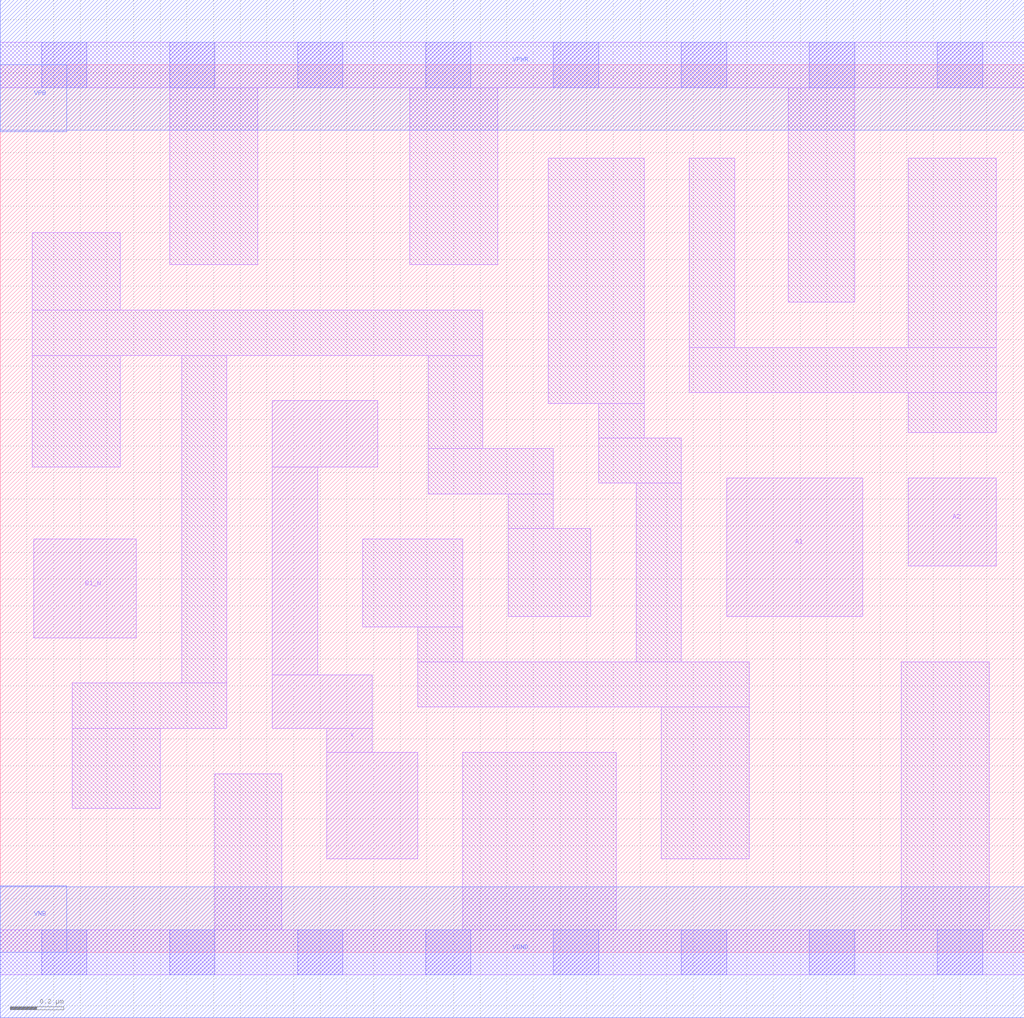
<source format=lef>
# Copyright 2020 The SkyWater PDK Authors
#
# Licensed under the Apache License, Version 2.0 (the "License");
# you may not use this file except in compliance with the License.
# You may obtain a copy of the License at
#
#     https://www.apache.org/licenses/LICENSE-2.0
#
# Unless required by applicable law or agreed to in writing, software
# distributed under the License is distributed on an "AS IS" BASIS,
# WITHOUT WARRANTIES OR CONDITIONS OF ANY KIND, either express or implied.
# See the License for the specific language governing permissions and
# limitations under the License.
#
# SPDX-License-Identifier: Apache-2.0

VERSION 5.5 ;
NAMESCASESENSITIVE ON ;
BUSBITCHARS "[]" ;
DIVIDERCHAR "/" ;
MACRO sky130_fd_sc_ms__a21bo_2
  CLASS CORE ;
  SOURCE USER ;
  ORIGIN  0.000000  0.000000 ;
  SIZE  3.840000 BY  3.330000 ;
  SYMMETRY X Y ;
  SITE unit ;
  PIN A1
    ANTENNAGATEAREA  0.261000 ;
    DIRECTION INPUT ;
    USE SIGNAL ;
    PORT
      LAYER li1 ;
        RECT 2.725000 1.260000 3.235000 1.780000 ;
    END
  END A1
  PIN A2
    ANTENNAGATEAREA  0.261000 ;
    DIRECTION INPUT ;
    USE SIGNAL ;
    PORT
      LAYER li1 ;
        RECT 3.405000 1.450000 3.735000 1.780000 ;
    END
  END A2
  PIN B1_N
    ANTENNAGATEAREA  0.208000 ;
    DIRECTION INPUT ;
    USE SIGNAL ;
    PORT
      LAYER li1 ;
        RECT 0.125000 1.180000 0.510000 1.550000 ;
    END
  END B1_N
  PIN X
    ANTENNADIFFAREA  0.543200 ;
    DIRECTION OUTPUT ;
    USE SIGNAL ;
    PORT
      LAYER li1 ;
        RECT 1.020000 0.840000 1.395000 1.040000 ;
        RECT 1.020000 1.040000 1.190000 1.820000 ;
        RECT 1.020000 1.820000 1.415000 2.070000 ;
        RECT 1.225000 0.350000 1.565000 0.750000 ;
        RECT 1.225000 0.750000 1.395000 0.840000 ;
    END
  END X
  PIN VGND
    DIRECTION INOUT ;
    USE GROUND ;
    PORT
      LAYER met1 ;
        RECT 0.000000 -0.245000 3.840000 0.245000 ;
    END
  END VGND
  PIN VNB
    DIRECTION INOUT ;
    USE GROUND ;
    PORT
    END
  END VNB
  PIN VPB
    DIRECTION INOUT ;
    USE POWER ;
    PORT
    END
  END VPB
  PIN VNB
    DIRECTION INOUT ;
    USE GROUND ;
    PORT
      LAYER met1 ;
        RECT 0.000000 0.000000 0.250000 0.250000 ;
    END
  END VNB
  PIN VPB
    DIRECTION INOUT ;
    USE POWER ;
    PORT
      LAYER met1 ;
        RECT 0.000000 3.080000 0.250000 3.330000 ;
    END
  END VPB
  PIN VPWR
    DIRECTION INOUT ;
    USE POWER ;
    PORT
      LAYER met1 ;
        RECT 0.000000 3.085000 3.840000 3.575000 ;
    END
  END VPWR
  OBS
    LAYER li1 ;
      RECT 0.000000 -0.085000 3.840000 0.085000 ;
      RECT 0.000000  3.245000 3.840000 3.415000 ;
      RECT 0.120000  1.820000 0.450000 2.240000 ;
      RECT 0.120000  2.240000 1.810000 2.410000 ;
      RECT 0.120000  2.410000 0.450000 2.700000 ;
      RECT 0.270000  0.540000 0.600000 0.840000 ;
      RECT 0.270000  0.840000 0.850000 1.010000 ;
      RECT 0.635000  2.580000 0.965000 3.245000 ;
      RECT 0.680000  1.010000 0.850000 2.240000 ;
      RECT 0.805000  0.085000 1.055000 0.670000 ;
      RECT 1.360000  1.220000 1.735000 1.550000 ;
      RECT 1.535000  2.580000 1.865000 3.245000 ;
      RECT 1.565000  0.920000 2.810000 1.090000 ;
      RECT 1.565000  1.090000 1.735000 1.220000 ;
      RECT 1.605000  1.720000 2.075000 1.890000 ;
      RECT 1.605000  1.890000 1.810000 2.240000 ;
      RECT 1.735000  0.085000 2.310000 0.750000 ;
      RECT 1.905000  1.260000 2.215000 1.590000 ;
      RECT 1.905000  1.590000 2.075000 1.720000 ;
      RECT 2.055000  2.060000 2.415000 2.980000 ;
      RECT 2.245000  1.760000 2.555000 1.930000 ;
      RECT 2.245000  1.930000 2.415000 2.060000 ;
      RECT 2.385000  1.090000 2.555000 1.760000 ;
      RECT 2.480000  0.350000 2.810000 0.920000 ;
      RECT 2.585000  2.100000 3.735000 2.270000 ;
      RECT 2.585000  2.270000 2.755000 2.980000 ;
      RECT 2.955000  2.440000 3.205000 3.245000 ;
      RECT 3.380000  0.085000 3.710000 1.090000 ;
      RECT 3.405000  1.950000 3.735000 2.100000 ;
      RECT 3.405000  2.270000 3.735000 2.980000 ;
    LAYER mcon ;
      RECT 0.155000 -0.085000 0.325000 0.085000 ;
      RECT 0.155000  3.245000 0.325000 3.415000 ;
      RECT 0.635000 -0.085000 0.805000 0.085000 ;
      RECT 0.635000  3.245000 0.805000 3.415000 ;
      RECT 1.115000 -0.085000 1.285000 0.085000 ;
      RECT 1.115000  3.245000 1.285000 3.415000 ;
      RECT 1.595000 -0.085000 1.765000 0.085000 ;
      RECT 1.595000  3.245000 1.765000 3.415000 ;
      RECT 2.075000 -0.085000 2.245000 0.085000 ;
      RECT 2.075000  3.245000 2.245000 3.415000 ;
      RECT 2.555000 -0.085000 2.725000 0.085000 ;
      RECT 2.555000  3.245000 2.725000 3.415000 ;
      RECT 3.035000 -0.085000 3.205000 0.085000 ;
      RECT 3.035000  3.245000 3.205000 3.415000 ;
      RECT 3.515000 -0.085000 3.685000 0.085000 ;
      RECT 3.515000  3.245000 3.685000 3.415000 ;
  END
END sky130_fd_sc_ms__a21bo_2
END LIBRARY

</source>
